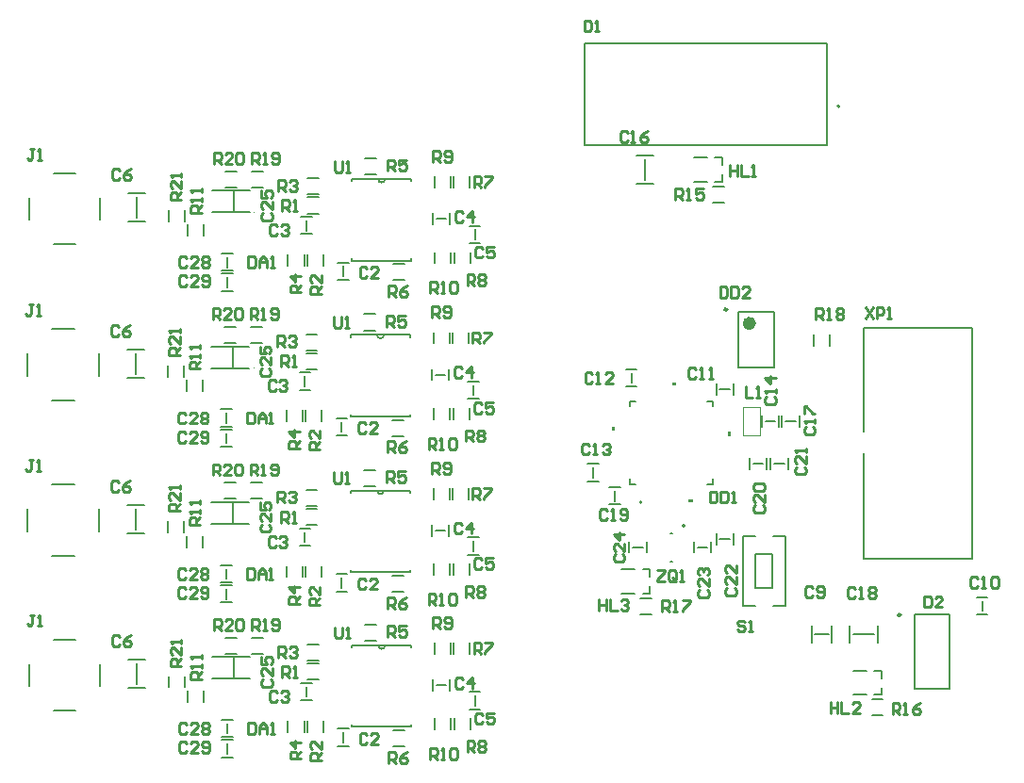
<source format=gto>
G04*
G04 #@! TF.GenerationSoftware,Altium Limited,Altium Designer,25.6.2 (33)*
G04*
G04 Layer_Color=65535*
%FSLAX44Y44*%
%MOMM*%
G71*
G04*
G04 #@! TF.SameCoordinates,42BA56CB-4CE2-47E9-A465-7F88C4280AAA*
G04*
G04*
G04 #@! TF.FilePolarity,Positive*
G04*
G01*
G75*
%ADD10C,0.1524*%
%ADD11C,0.2000*%
%ADD12C,0.2500*%
%ADD13C,0.1000*%
%ADD14C,0.6000*%
%ADD15C,0.1500*%
%ADD16C,0.1270*%
%ADD17C,0.2540*%
G36*
X578991Y409405D02*
Y405595D01*
X576451D01*
Y409405D01*
X578991D01*
D02*
G37*
G36*
X630595Y446009D02*
Y448549D01*
X634405D01*
Y446009D01*
X630595D01*
D02*
G37*
G36*
X645595Y343991D02*
Y341451D01*
X649405D01*
Y343991D01*
X645595D01*
D02*
G37*
G36*
X681009Y404405D02*
Y400595D01*
X683549D01*
Y404405D01*
X681009D01*
D02*
G37*
D10*
X603262Y341491D02*
G03*
X603262Y341491I-762J0D01*
G01*
X366693Y631572D02*
G03*
X372789Y631572I3048J0D01*
G01*
X365693Y491572D02*
G03*
X371789Y491572I3048J0D01*
G01*
X365693Y351572D02*
G03*
X371789Y351572I3048J0D01*
G01*
X366693Y212572D02*
G03*
X372789Y212572I3048J0D01*
G01*
X592789Y357789D02*
Y362649D01*
Y432211D02*
X597649D01*
X667211Y427351D02*
Y432211D01*
X662351Y357789D02*
X667211D01*
X592789D02*
X597649D01*
X592789Y427351D02*
Y432211D01*
X662351D02*
X667211D01*
Y357789D02*
Y362649D01*
X396665Y629794D02*
Y631572D01*
X342817Y558420D02*
Y560198D01*
Y558420D02*
X396665D01*
Y560198D01*
X372789Y631572D02*
X396665D01*
X366693D02*
X372789D01*
X342817D02*
X366693D01*
X342817Y629794D02*
Y631572D01*
X395665Y489794D02*
Y491572D01*
X341817Y418420D02*
Y420198D01*
Y418420D02*
X395665D01*
Y420198D01*
X371789Y491572D02*
X395665D01*
X365693D02*
X371789D01*
X341817D02*
X365693D01*
X341817Y489794D02*
Y491572D01*
X395665Y349794D02*
Y351572D01*
X341817Y278420D02*
Y280198D01*
Y278420D02*
X395665D01*
Y280198D01*
X371789Y351572D02*
X395665D01*
X365693D02*
X371789D01*
X341817D02*
X365693D01*
X341817Y349794D02*
Y351572D01*
X396665Y210794D02*
Y212572D01*
X342817Y139420D02*
Y141198D01*
Y139420D02*
X396665D01*
Y141198D01*
X372789Y212572D02*
X396665D01*
X366693D02*
X372789D01*
X342817D02*
X366693D01*
X342817Y210794D02*
Y212572D01*
D11*
X642000Y320000D02*
G03*
X642000Y320000I-1000J0D01*
G01*
X781000Y697000D02*
G03*
X781000Y697000I-1000J0D01*
G01*
X848500Y173500D02*
Y240500D01*
X879500Y173500D02*
Y240500D01*
X848500D02*
X879500D01*
X848500Y173500D02*
X879500D01*
X217473Y601844D02*
X237031D01*
Y621148D01*
X217473D02*
X237031D01*
Y601844D02*
X251255D01*
X237031Y621148D02*
X251509D01*
X216473Y461844D02*
X236031D01*
Y481148D01*
X216473D02*
X236031D01*
Y461844D02*
X250255D01*
X236031Y481148D02*
X250509D01*
X216473Y321844D02*
X236031D01*
Y341148D01*
X216473D02*
X236031D01*
Y321844D02*
X250255D01*
X236031Y341148D02*
X250509D01*
X217473Y182844D02*
X237031D01*
Y202148D01*
X217473D02*
X237031D01*
Y182844D02*
X251255D01*
X237031Y202148D02*
X251509D01*
X802500Y405000D02*
Y498250D01*
X900000D01*
Y290750D02*
Y498250D01*
X802500Y290750D02*
X900000D01*
X802500D02*
Y385000D01*
X690000Y462000D02*
X722000D01*
X690000Y512000D02*
X722000D01*
Y462000D02*
Y512000D01*
X690000Y462000D02*
Y512000D01*
D12*
X836000Y240000D02*
G03*
X836000Y240000I-1250J0D01*
G01*
X680000Y514550D02*
G03*
X680000Y514550I-1250J0D01*
G01*
D13*
X255991Y601996D02*
G03*
X255991Y601996I-500J0D01*
G01*
X254991Y461996D02*
G03*
X254991Y461996I-500J0D01*
G01*
Y321996D02*
G03*
X254991Y321996I-500J0D01*
G01*
X255991Y182996D02*
G03*
X255991Y182996I-500J0D01*
G01*
X694500Y401000D02*
Y427000D01*
X709500D01*
Y401000D02*
Y427000D01*
X694500Y401000D02*
X709500D01*
D14*
X703000Y502000D02*
G03*
X703000Y502000I-3000J0D01*
G01*
D15*
X610750Y274250D02*
Y280750D01*
X604250D02*
X610750D01*
X585000D02*
X597000D01*
X585000Y259250D02*
X597000D01*
X610750D02*
Y265750D01*
X604250Y259250D02*
X610750D01*
X694000Y248500D02*
Y310500D01*
X732000Y248500D02*
Y310500D01*
X721000Y248500D02*
X732000D01*
X694000D02*
X705000D01*
X694000Y310500D02*
X705000D01*
X721000D02*
X732000D01*
X705500Y264500D02*
X720500D01*
X705500D02*
Y294500D01*
X720500D01*
Y264500D02*
Y294500D01*
X673500Y308000D02*
X682500D01*
X670250Y303000D02*
Y313000D01*
X685750Y303000D02*
Y313000D01*
X722500Y376000D02*
X731500D01*
X719250Y371000D02*
Y381000D01*
X734750Y371000D02*
Y381000D01*
X703493Y375996D02*
X712493D01*
X700243Y370996D02*
Y380996D01*
X715743Y370996D02*
Y380996D01*
X594000Y448500D02*
Y457500D01*
X589000Y460750D02*
X599000D01*
X589000Y445250D02*
X599000D01*
X579000Y342500D02*
Y351500D01*
X574000Y354750D02*
X584000D01*
X574000Y339250D02*
X584000D01*
X602000Y240750D02*
X612000D01*
X602000Y255250D02*
X612000D01*
X714500Y414000D02*
X723500D01*
X711250Y409000D02*
Y419000D01*
X726750Y409000D02*
Y419000D01*
X673500Y443000D02*
X682500D01*
X685750Y438000D02*
Y448000D01*
X670250Y438000D02*
Y448000D01*
X812241Y168246D02*
X818741D01*
Y174746D01*
X792991Y168246D02*
X804991D01*
X792991Y189746D02*
X804991D01*
X812241D02*
X818741D01*
Y183246D02*
Y189746D01*
X669241Y629246D02*
X675741D01*
Y635746D01*
X649991Y629246D02*
X661991D01*
X649991Y650746D02*
X661991D01*
X669241D02*
X675741D01*
Y644246D02*
Y650746D01*
X667000Y610750D02*
X677000D01*
X667000Y625250D02*
X677000D01*
X810000Y149750D02*
X820000D01*
X810000Y164250D02*
X820000D01*
X732500Y414000D02*
X741500D01*
X729250Y409000D02*
Y419000D01*
X744750Y409000D02*
Y419000D01*
X595500Y301000D02*
X604500D01*
X607750Y296000D02*
Y306000D01*
X592250Y296000D02*
Y306000D01*
X653500Y301000D02*
X662500D01*
X650250Y296000D02*
Y306000D01*
X665750Y296000D02*
Y306000D01*
X334991Y544496D02*
Y553496D01*
X329991Y541246D02*
X339991D01*
X329991Y556746D02*
X339991D01*
X301991Y585496D02*
Y594496D01*
X296991Y597746D02*
X306991D01*
X296991Y582246D02*
X306991D01*
X418991Y595996D02*
X427991D01*
X431241Y590996D02*
Y600996D01*
X415741Y590996D02*
Y600996D01*
X453491Y577496D02*
Y586496D01*
X448491Y589746D02*
X458491D01*
X448491Y574246D02*
X458491D01*
X230991Y552496D02*
Y561496D01*
X225991Y549246D02*
X235991D01*
X225991Y564746D02*
X235991D01*
X230991Y534496D02*
Y543496D01*
X225991Y531246D02*
X235991D01*
X225991Y546746D02*
X235991D01*
X302991Y615246D02*
X312991D01*
X302991Y600746D02*
X312991D01*
X302741Y553996D02*
Y563996D01*
X317241Y553996D02*
Y563996D01*
X302991Y632246D02*
X312991D01*
X302991Y617746D02*
X312991D01*
X285741Y553996D02*
Y563996D01*
X300241Y553996D02*
Y563996D01*
X354991Y650246D02*
X364991D01*
X354991Y635746D02*
X364991D01*
X380491Y555246D02*
X390491D01*
X380491Y540746D02*
X390491D01*
X434241Y623996D02*
Y633996D01*
X448741Y623996D02*
Y633996D01*
X449741Y555996D02*
Y565996D01*
X435241Y555996D02*
Y565996D01*
X417241Y623996D02*
Y633996D01*
X431741Y623996D02*
Y633996D01*
Y555996D02*
Y565996D01*
X417241Y555996D02*
Y565996D01*
X210241Y580996D02*
Y590996D01*
X195741Y580996D02*
Y590996D01*
X253491Y638746D02*
X263491D01*
X253491Y624246D02*
X263491D01*
X229491Y638746D02*
X239491D01*
X229491Y624246D02*
X239491D01*
X178741Y593996D02*
Y603996D01*
X193241Y593996D02*
Y603996D01*
X333991Y404496D02*
Y413496D01*
X328991Y401246D02*
X338991D01*
X328991Y416746D02*
X338991D01*
X300991Y445496D02*
Y454496D01*
X295991Y457746D02*
X305991D01*
X295991Y442246D02*
X305991D01*
X417991Y455996D02*
X426991D01*
X430241Y450996D02*
Y460996D01*
X414741Y450996D02*
Y460996D01*
X452491Y437496D02*
Y446496D01*
X447491Y449746D02*
X457491D01*
X447491Y434246D02*
X457491D01*
X229991Y412496D02*
Y421496D01*
X224991Y409246D02*
X234991D01*
X224991Y424746D02*
X234991D01*
X229991Y394496D02*
Y403496D01*
X224991Y391246D02*
X234991D01*
X224991Y406746D02*
X234991D01*
X301991Y475246D02*
X311991D01*
X301991Y460746D02*
X311991D01*
X301741Y413996D02*
Y423996D01*
X316241Y413996D02*
Y423996D01*
X301991Y492246D02*
X311991D01*
X301991Y477746D02*
X311991D01*
X284741Y413996D02*
Y423996D01*
X299241Y413996D02*
Y423996D01*
X353991Y510246D02*
X363991D01*
X353991Y495746D02*
X363991D01*
X379491Y415246D02*
X389491D01*
X379491Y400746D02*
X389491D01*
X433241Y483996D02*
Y493996D01*
X447741Y483996D02*
Y493996D01*
X448741Y415996D02*
Y425996D01*
X434241Y415996D02*
Y425996D01*
X416241Y483996D02*
Y493996D01*
X430741Y483996D02*
Y493996D01*
Y415996D02*
Y425996D01*
X416241Y415996D02*
Y425996D01*
X209241Y440996D02*
Y450996D01*
X194741Y440996D02*
Y450996D01*
X252491Y498746D02*
X262491D01*
X252491Y484246D02*
X262491D01*
X228491Y498746D02*
X238491D01*
X228491Y484246D02*
X238491D01*
X177741Y453996D02*
Y463996D01*
X192241Y453996D02*
Y463996D01*
X333991Y264496D02*
Y273496D01*
X328991Y261246D02*
X338991D01*
X328991Y276746D02*
X338991D01*
X300991Y305496D02*
Y314496D01*
X295991Y317746D02*
X305991D01*
X295991Y302246D02*
X305991D01*
X417991Y315996D02*
X426991D01*
X430241Y310996D02*
Y320996D01*
X414741Y310996D02*
Y320996D01*
X452491Y297496D02*
Y306496D01*
X447491Y309746D02*
X457491D01*
X447491Y294246D02*
X457491D01*
X229991Y272496D02*
Y281496D01*
X224991Y269246D02*
X234991D01*
X224991Y284746D02*
X234991D01*
X229991Y254496D02*
Y263496D01*
X224991Y251246D02*
X234991D01*
X224991Y266746D02*
X234991D01*
X301991Y335246D02*
X311991D01*
X301991Y320746D02*
X311991D01*
X301741Y273996D02*
Y283996D01*
X316241Y273996D02*
Y283996D01*
X301991Y352246D02*
X311991D01*
X301991Y337746D02*
X311991D01*
X284741Y273996D02*
Y283996D01*
X299241Y273996D02*
Y283996D01*
X353991Y370246D02*
X363991D01*
X353991Y355746D02*
X363991D01*
X379491Y275246D02*
X389491D01*
X379491Y260746D02*
X389491D01*
X433241Y343996D02*
Y353996D01*
X447741Y343996D02*
Y353996D01*
X448741Y275996D02*
Y285996D01*
X434241Y275996D02*
Y285996D01*
X416241Y343996D02*
Y353996D01*
X430741Y343996D02*
Y353996D01*
Y275996D02*
Y285996D01*
X416241Y275996D02*
Y285996D01*
X209241Y300996D02*
Y310996D01*
X194741Y300996D02*
Y310996D01*
X252491Y358746D02*
X262491D01*
X252491Y344246D02*
X262491D01*
X228491Y358746D02*
X238491D01*
X228491Y344246D02*
X238491D01*
X177741Y313996D02*
Y323996D01*
X192241Y313996D02*
Y323996D01*
X178741Y174996D02*
Y184996D01*
X193241Y174996D02*
Y184996D01*
X229491Y219746D02*
X239491D01*
X229491Y205246D02*
X239491D01*
X253491Y219746D02*
X263491D01*
X253491Y205246D02*
X263491D01*
X210241Y161996D02*
Y171996D01*
X195741Y161996D02*
Y171996D01*
X431741Y136996D02*
Y146996D01*
X417241Y136996D02*
Y146996D01*
Y204996D02*
Y214996D01*
X431741Y204996D02*
Y214996D01*
X449741Y136996D02*
Y146996D01*
X435241Y136996D02*
Y146996D01*
X434241Y204996D02*
Y214996D01*
X448741Y204996D02*
Y214996D01*
X380491Y136246D02*
X390491D01*
X380491Y121746D02*
X390491D01*
X354991Y231246D02*
X364991D01*
X354991Y216746D02*
X364991D01*
X285741Y134996D02*
Y144996D01*
X300241Y134996D02*
Y144996D01*
X302991Y213246D02*
X312991D01*
X302991Y198746D02*
X312991D01*
X302741Y134996D02*
Y144996D01*
X317241Y134996D02*
Y144996D01*
X302991Y196246D02*
X312991D01*
X302991Y181746D02*
X312991D01*
X230991Y115496D02*
Y124496D01*
X225991Y112246D02*
X235991D01*
X225991Y127746D02*
X235991D01*
X230991Y133496D02*
Y142496D01*
X225991Y130246D02*
X235991D01*
X225991Y145746D02*
X235991D01*
X142491Y199746D02*
X157491D01*
X149991Y186996D02*
Y196246D01*
Y177746D02*
Y186996D01*
X142491Y174246D02*
X157491D01*
X453491Y158496D02*
Y167496D01*
X448491Y170746D02*
X458491D01*
X448491Y155246D02*
X458491D01*
X418991Y176996D02*
X427991D01*
X431241Y171996D02*
Y181996D01*
X415741Y171996D02*
Y181996D01*
X301991Y166496D02*
Y175496D01*
X296991Y178746D02*
X306991D01*
X296991Y163246D02*
X306991D01*
X334991Y125496D02*
Y134496D01*
X329991Y122246D02*
X339991D01*
X329991Y137746D02*
X339991D01*
X142491Y618746D02*
X157491D01*
X149991Y605996D02*
Y615246D01*
Y596746D02*
Y605996D01*
X142491Y593246D02*
X157491D01*
X141491Y478746D02*
X156491D01*
X148991Y465996D02*
Y475246D01*
Y456746D02*
Y465996D01*
X141491Y453246D02*
X156491D01*
X141491Y338746D02*
X156491D01*
X148991Y325996D02*
Y335246D01*
Y316746D02*
Y325996D01*
X141491Y313246D02*
X156491D01*
X757750Y482000D02*
Y492000D01*
X772250Y482000D02*
Y492000D01*
X560000Y363500D02*
Y372500D01*
X555000Y375750D02*
X565000D01*
X555000Y360250D02*
X565000D01*
X755750Y215250D02*
Y230750D01*
X759000Y223000D02*
X765000D01*
X774250Y215250D02*
Y230750D01*
X765000Y223000D02*
X771000D01*
X598500Y652750D02*
X613500D01*
X606000Y640000D02*
Y649250D01*
Y630750D02*
Y640000D01*
X598500Y627250D02*
X613500D01*
X815750Y215500D02*
Y230500D01*
X803000Y223000D02*
X812250D01*
X793750D02*
X803000D01*
X790250Y215500D02*
Y230500D01*
X909000Y243500D02*
Y252500D01*
X904000Y255750D02*
X914000D01*
X904000Y240250D02*
X914000D01*
D16*
X629200Y288250D02*
X630800D01*
X629200Y313250D02*
X630800D01*
X75000Y154000D02*
X95000D01*
X117000Y176000D02*
Y196000D01*
X75000Y218000D02*
X95000D01*
X53000Y176000D02*
Y196000D01*
X75000Y573000D02*
X95000D01*
X117000Y595000D02*
Y615000D01*
X75000Y637000D02*
X95000D01*
X53000Y595000D02*
Y615000D01*
X74000Y433000D02*
X94000D01*
X116000Y455000D02*
Y475000D01*
X74000Y497000D02*
X94000D01*
X52000Y455000D02*
Y475000D01*
X74000Y293000D02*
X94000D01*
X116000Y315000D02*
Y335000D01*
X74000Y357000D02*
X94000D01*
X52000Y315000D02*
Y335000D01*
X552000Y754000D02*
X770000D01*
X552000Y662000D02*
Y754000D01*
Y662000D02*
X770000D01*
Y754000D01*
D17*
X564671Y253998D02*
Y244002D01*
Y249000D01*
X571335D01*
Y253998D01*
Y244002D01*
X574668Y253998D02*
Y244002D01*
X581332D01*
X584664Y252332D02*
X586331Y253998D01*
X589663D01*
X591329Y252332D01*
Y250666D01*
X589663Y249000D01*
X587997D01*
X589663D01*
X591329Y247334D01*
Y245668D01*
X589663Y244002D01*
X586331D01*
X584664Y245668D01*
X617337Y279998D02*
X624002D01*
Y278332D01*
X617337Y271668D01*
Y270002D01*
X624002D01*
X633998Y271668D02*
Y278332D01*
X632332Y279998D01*
X629000D01*
X627334Y278332D01*
Y271668D01*
X629000Y270002D01*
X632332D01*
X630666Y273334D02*
X633998Y270002D01*
X632332D02*
X633998Y271668D01*
X637331Y270002D02*
X640663D01*
X638997D01*
Y279998D01*
X637331Y278332D01*
X804160Y516753D02*
X810825Y506756D01*
Y516753D02*
X804160Y506756D01*
X814157D02*
Y516753D01*
X819155D01*
X820821Y515087D01*
Y511754D01*
X819155Y510088D01*
X814157D01*
X824154Y506756D02*
X827486D01*
X825820D01*
Y516753D01*
X824154Y515087D01*
X327826Y647994D02*
Y639664D01*
X329493Y637998D01*
X332825D01*
X334491Y639664D01*
Y647994D01*
X337823Y637998D02*
X341156D01*
X339489D01*
Y647994D01*
X337823Y646328D01*
X326827Y507994D02*
Y499664D01*
X328493Y497998D01*
X331825D01*
X333491Y499664D01*
Y507994D01*
X336823Y497998D02*
X340156D01*
X338489D01*
Y507994D01*
X336823Y506328D01*
X326827Y367994D02*
Y359664D01*
X328493Y357998D01*
X331825D01*
X333491Y359664D01*
Y367994D01*
X336823Y357998D02*
X340156D01*
X338489D01*
Y367994D01*
X336823Y366328D01*
X327826Y228994D02*
Y220664D01*
X329493Y218997D01*
X332825D01*
X334491Y220664D01*
Y228994D01*
X337823Y218997D02*
X341156D01*
X339489D01*
Y228994D01*
X337823Y227328D01*
X696000Y233332D02*
X694334Y234998D01*
X691002D01*
X689335Y233332D01*
Y231666D01*
X691002Y230000D01*
X694334D01*
X696000Y228334D01*
Y226668D01*
X694334Y225002D01*
X691002D01*
X689335Y226668D01*
X699332Y225002D02*
X702664D01*
X700998D01*
Y234998D01*
X699332Y233332D01*
X189989Y613333D02*
X179993D01*
Y618331D01*
X181659Y619997D01*
X184991D01*
X186657Y618331D01*
Y613333D01*
Y616665D02*
X189989Y619997D01*
Y629994D02*
Y623330D01*
X183325Y629994D01*
X181659D01*
X179993Y628328D01*
Y624996D01*
X181659Y623330D01*
X189989Y633326D02*
Y636659D01*
Y634993D01*
X179993D01*
X181659Y633326D01*
X188989Y473333D02*
X178993D01*
Y478331D01*
X180659Y479997D01*
X183991D01*
X185657Y478331D01*
Y473333D01*
Y476665D02*
X188989Y479997D01*
Y489994D02*
Y483330D01*
X182325Y489994D01*
X180659D01*
X178993Y488328D01*
Y484996D01*
X180659Y483330D01*
X188989Y493326D02*
Y496659D01*
Y494993D01*
X178993D01*
X180659Y493326D01*
X188989Y333333D02*
X178993D01*
Y338331D01*
X180659Y339997D01*
X183991D01*
X185657Y338331D01*
Y333333D01*
Y336665D02*
X188989Y339997D01*
Y349994D02*
Y343330D01*
X182325Y349994D01*
X180659D01*
X178993Y348328D01*
Y344996D01*
X180659Y343330D01*
X188989Y353326D02*
Y356659D01*
Y354993D01*
X178993D01*
X180659Y353326D01*
X189989Y194333D02*
X179993D01*
Y199331D01*
X181659Y200997D01*
X184991D01*
X186657Y199331D01*
Y194333D01*
Y197665D02*
X189989Y200997D01*
Y210994D02*
Y204330D01*
X183325Y210994D01*
X181659D01*
X179993Y209328D01*
Y205996D01*
X181659Y204330D01*
X189989Y214326D02*
Y217659D01*
Y215993D01*
X179993D01*
X181659Y214326D01*
X219162Y645497D02*
Y655494D01*
X224160D01*
X225826Y653828D01*
Y650496D01*
X224160Y648830D01*
X219162D01*
X222494D02*
X225826Y645497D01*
X235823D02*
X229159D01*
X235823Y652162D01*
Y653828D01*
X234157Y655494D01*
X230825D01*
X229159Y653828D01*
X239156D02*
X240822Y655494D01*
X244154D01*
X245820Y653828D01*
Y647164D01*
X244154Y645497D01*
X240822D01*
X239156Y647164D01*
Y653828D01*
X218162Y505497D02*
Y515494D01*
X223160D01*
X224827Y513828D01*
Y510496D01*
X223160Y508830D01*
X218162D01*
X221494D02*
X224827Y505497D01*
X234823D02*
X228159D01*
X234823Y512162D01*
Y513828D01*
X233157Y515494D01*
X229825D01*
X228159Y513828D01*
X238155D02*
X239822Y515494D01*
X243154D01*
X244820Y513828D01*
Y507164D01*
X243154Y505497D01*
X239822D01*
X238155Y507164D01*
Y513828D01*
X218162Y365497D02*
Y375494D01*
X223160D01*
X224827Y373828D01*
Y370496D01*
X223160Y368830D01*
X218162D01*
X221494D02*
X224827Y365497D01*
X234823D02*
X228159D01*
X234823Y372162D01*
Y373828D01*
X233157Y375494D01*
X229825D01*
X228159Y373828D01*
X238155D02*
X239822Y375494D01*
X243154D01*
X244820Y373828D01*
Y367164D01*
X243154Y365497D01*
X239822D01*
X238155Y367164D01*
Y373828D01*
X219162Y226497D02*
Y236494D01*
X224160D01*
X225826Y234828D01*
Y231496D01*
X224160Y229830D01*
X219162D01*
X222494D02*
X225826Y226497D01*
X235823D02*
X229159D01*
X235823Y233162D01*
Y234828D01*
X234157Y236494D01*
X230825D01*
X229159Y234828D01*
X239156D02*
X240822Y236494D01*
X244154D01*
X245820Y234828D01*
Y228164D01*
X244154Y226497D01*
X240822D01*
X239156Y228164D01*
Y234828D01*
X252995Y645497D02*
Y655494D01*
X257993D01*
X259660Y653828D01*
Y650496D01*
X257993Y648830D01*
X252995D01*
X256327D02*
X259660Y645497D01*
X262992D02*
X266324D01*
X264658D01*
Y655494D01*
X262992Y653828D01*
X271322Y647164D02*
X272989Y645497D01*
X276321D01*
X277987Y647164D01*
Y653828D01*
X276321Y655494D01*
X272989D01*
X271322Y653828D01*
Y652162D01*
X272989Y650496D01*
X277987D01*
X251995Y505497D02*
Y515494D01*
X256993D01*
X258660Y513828D01*
Y510496D01*
X256993Y508830D01*
X251995D01*
X255327D02*
X258660Y505497D01*
X261992D02*
X265324D01*
X263658D01*
Y515494D01*
X261992Y513828D01*
X270322Y507164D02*
X271989Y505497D01*
X275321D01*
X276987Y507164D01*
Y513828D01*
X275321Y515494D01*
X271989D01*
X270322Y513828D01*
Y512162D01*
X271989Y510496D01*
X276987D01*
X251995Y365497D02*
Y375494D01*
X256993D01*
X258660Y373828D01*
Y370496D01*
X256993Y368830D01*
X251995D01*
X255327D02*
X258660Y365497D01*
X261992D02*
X265324D01*
X263658D01*
Y375494D01*
X261992Y373828D01*
X270322Y367164D02*
X271989Y365497D01*
X275321D01*
X276987Y367164D01*
Y373828D01*
X275321Y375494D01*
X271989D01*
X270322Y373828D01*
Y372162D01*
X271989Y370496D01*
X276987D01*
X252995Y226497D02*
Y236494D01*
X257993D01*
X259660Y234828D01*
Y231496D01*
X257993Y229830D01*
X252995D01*
X256327D02*
X259660Y226497D01*
X262992D02*
X266324D01*
X264658D01*
Y236494D01*
X262992Y234828D01*
X271322Y228164D02*
X272989Y226497D01*
X276321D01*
X277987Y228164D01*
Y234828D01*
X276321Y236494D01*
X272989D01*
X271322Y234828D01*
Y233162D01*
X272989Y231496D01*
X277987D01*
X759456Y505740D02*
Y515737D01*
X764454D01*
X766121Y514071D01*
Y510738D01*
X764454Y509072D01*
X759456D01*
X762788D02*
X766121Y505740D01*
X769453D02*
X772785D01*
X771119D01*
Y515737D01*
X769453Y514071D01*
X777783D02*
X779450Y515737D01*
X782782D01*
X784448Y514071D01*
Y512405D01*
X782782Y510738D01*
X784448Y509072D01*
Y507406D01*
X782782Y505740D01*
X779450D01*
X777783Y507406D01*
Y509072D01*
X779450Y510738D01*
X777783Y512405D01*
Y514071D01*
X779450Y510738D02*
X782782D01*
X621504Y243002D02*
Y252998D01*
X626502D01*
X628168Y251332D01*
Y248000D01*
X626502Y246334D01*
X621504D01*
X624836D02*
X628168Y243002D01*
X631501D02*
X634833D01*
X633167D01*
Y252998D01*
X631501Y251332D01*
X639831Y252998D02*
X646496D01*
Y251332D01*
X639831Y244668D01*
Y243002D01*
X828504Y151002D02*
Y160998D01*
X833502D01*
X835169Y159332D01*
Y156000D01*
X833502Y154334D01*
X828504D01*
X831836D02*
X835169Y151002D01*
X838501D02*
X841833D01*
X840167D01*
Y160998D01*
X838501Y159332D01*
X853496Y160998D02*
X850164Y159332D01*
X846832Y156000D01*
Y152668D01*
X848498Y151002D01*
X851830D01*
X853496Y152668D01*
Y154334D01*
X851830Y156000D01*
X846832D01*
X633504Y613002D02*
Y622998D01*
X638502D01*
X640169Y621332D01*
Y618000D01*
X638502Y616334D01*
X633504D01*
X636836D02*
X640169Y613002D01*
X643501D02*
X646833D01*
X645167D01*
Y622998D01*
X643501Y621332D01*
X658496Y622998D02*
X651832D01*
Y618000D01*
X655164Y619666D01*
X656830D01*
X658496Y618000D01*
Y614668D01*
X656830Y613002D01*
X653498D01*
X651832Y614668D01*
X207989Y601166D02*
X197993D01*
Y606164D01*
X199659Y607831D01*
X202991D01*
X204657Y606164D01*
Y601166D01*
Y604498D02*
X207989Y607831D01*
Y611163D02*
Y614495D01*
Y612829D01*
X197993D01*
X199659Y611163D01*
X207989Y619493D02*
Y622826D01*
Y621160D01*
X197993D01*
X199659Y619493D01*
X206989Y461166D02*
X196993D01*
Y466164D01*
X198659Y467831D01*
X201991D01*
X203657Y466164D01*
Y461166D01*
Y464498D02*
X206989Y467831D01*
Y471163D02*
Y474495D01*
Y472829D01*
X196993D01*
X198659Y471163D01*
X206989Y479493D02*
Y482826D01*
Y481160D01*
X196993D01*
X198659Y479493D01*
X206989Y321166D02*
X196993D01*
Y326164D01*
X198659Y327831D01*
X201991D01*
X203657Y326164D01*
Y321166D01*
Y324498D02*
X206989Y327831D01*
Y331163D02*
Y334495D01*
Y332829D01*
X196993D01*
X198659Y331163D01*
X206989Y339493D02*
Y342826D01*
Y341160D01*
X196993D01*
X198659Y339493D01*
X207989Y182166D02*
X197993D01*
Y187164D01*
X199659Y188831D01*
X202991D01*
X204657Y187164D01*
Y182166D01*
Y185498D02*
X207989Y188831D01*
Y192163D02*
Y195495D01*
Y193829D01*
X197993D01*
X199659Y192163D01*
X207989Y200494D02*
Y203826D01*
Y202160D01*
X197993D01*
X199659Y200494D01*
X412995Y528997D02*
Y538994D01*
X417994D01*
X419660Y537328D01*
Y533996D01*
X417994Y532330D01*
X412995D01*
X416327D02*
X419660Y528997D01*
X422992D02*
X426324D01*
X424658D01*
Y538994D01*
X422992Y537328D01*
X431323D02*
X432989Y538994D01*
X436321D01*
X437987Y537328D01*
Y530664D01*
X436321Y528997D01*
X432989D01*
X431323Y530664D01*
Y537328D01*
X411995Y388997D02*
Y398994D01*
X416993D01*
X418660Y397328D01*
Y393996D01*
X416993Y392330D01*
X411995D01*
X415327D02*
X418660Y388997D01*
X421992D02*
X425324D01*
X423658D01*
Y398994D01*
X421992Y397328D01*
X430322D02*
X431989Y398994D01*
X435321D01*
X436987Y397328D01*
Y390664D01*
X435321Y388997D01*
X431989D01*
X430322Y390664D01*
Y397328D01*
X411995Y248997D02*
Y258994D01*
X416993D01*
X418660Y257328D01*
Y253996D01*
X416993Y252330D01*
X411995D01*
X415327D02*
X418660Y248997D01*
X421992D02*
X425324D01*
X423658D01*
Y258994D01*
X421992Y257328D01*
X430322D02*
X431989Y258994D01*
X435321D01*
X436987Y257328D01*
Y250664D01*
X435321Y248997D01*
X431989D01*
X430322Y250664D01*
Y257328D01*
X412995Y109998D02*
Y119994D01*
X417994D01*
X419660Y118328D01*
Y114996D01*
X417994Y113330D01*
X412995D01*
X416327D02*
X419660Y109998D01*
X422992D02*
X426324D01*
X424658D01*
Y119994D01*
X422992Y118328D01*
X431323D02*
X432989Y119994D01*
X436321D01*
X437987Y118328D01*
Y111664D01*
X436321Y109998D01*
X432989D01*
X431323Y111664D01*
Y118328D01*
X416160Y646998D02*
Y656994D01*
X421159D01*
X422825Y655328D01*
Y651996D01*
X421159Y650330D01*
X416160D01*
X419493D02*
X422825Y646998D01*
X426157Y648664D02*
X427823Y646998D01*
X431156D01*
X432822Y648664D01*
Y655328D01*
X431156Y656994D01*
X427823D01*
X426157Y655328D01*
Y653662D01*
X427823Y651996D01*
X432822D01*
X415160Y506997D02*
Y516994D01*
X420159D01*
X421825Y515328D01*
Y511996D01*
X420159Y510330D01*
X415160D01*
X418493D02*
X421825Y506997D01*
X425157Y508664D02*
X426823Y506997D01*
X430156D01*
X431822Y508664D01*
Y515328D01*
X430156Y516994D01*
X426823D01*
X425157Y515328D01*
Y513662D01*
X426823Y511996D01*
X431822D01*
X415160Y366997D02*
Y376994D01*
X420159D01*
X421825Y375328D01*
Y371996D01*
X420159Y370330D01*
X415160D01*
X418493D02*
X421825Y366997D01*
X425157Y368664D02*
X426823Y366997D01*
X430156D01*
X431822Y368664D01*
Y375328D01*
X430156Y376994D01*
X426823D01*
X425157Y375328D01*
Y373662D01*
X426823Y371996D01*
X431822D01*
X416160Y227997D02*
Y237994D01*
X421159D01*
X422825Y236328D01*
Y232996D01*
X421159Y231330D01*
X416160D01*
X419493D02*
X422825Y227997D01*
X426157Y229664D02*
X427823Y227997D01*
X431156D01*
X432822Y229664D01*
Y236328D01*
X431156Y237994D01*
X427823D01*
X426157Y236328D01*
Y234662D01*
X427823Y232996D01*
X432822D01*
X446669Y536002D02*
Y545998D01*
X451668D01*
X453334Y544332D01*
Y541000D01*
X451668Y539334D01*
X446669D01*
X450002D02*
X453334Y536002D01*
X456666Y544332D02*
X458332Y545998D01*
X461665D01*
X463331Y544332D01*
Y542666D01*
X461665Y541000D01*
X463331Y539334D01*
Y537668D01*
X461665Y536002D01*
X458332D01*
X456666Y537668D01*
Y539334D01*
X458332Y541000D01*
X456666Y542666D01*
Y544332D01*
X458332Y541000D02*
X461665D01*
X445669Y396002D02*
Y405998D01*
X450668D01*
X452334Y404332D01*
Y401000D01*
X450668Y399334D01*
X445669D01*
X449002D02*
X452334Y396002D01*
X455666Y404332D02*
X457332Y405998D01*
X460664D01*
X462331Y404332D01*
Y402666D01*
X460664Y401000D01*
X462331Y399334D01*
Y397668D01*
X460664Y396002D01*
X457332D01*
X455666Y397668D01*
Y399334D01*
X457332Y401000D01*
X455666Y402666D01*
Y404332D01*
X457332Y401000D02*
X460664D01*
X445669Y256002D02*
Y265998D01*
X450668D01*
X452334Y264332D01*
Y261000D01*
X450668Y259334D01*
X445669D01*
X449002D02*
X452334Y256002D01*
X455666Y264332D02*
X457332Y265998D01*
X460664D01*
X462331Y264332D01*
Y262666D01*
X460664Y261000D01*
X462331Y259334D01*
Y257668D01*
X460664Y256002D01*
X457332D01*
X455666Y257668D01*
Y259334D01*
X457332Y261000D01*
X455666Y262666D01*
Y264332D01*
X457332Y261000D02*
X460664D01*
X446669Y117002D02*
Y126998D01*
X451668D01*
X453334Y125332D01*
Y122000D01*
X451668Y120334D01*
X446669D01*
X450002D02*
X453334Y117002D01*
X456666Y125332D02*
X458332Y126998D01*
X461665D01*
X463331Y125332D01*
Y123666D01*
X461665Y122000D01*
X463331Y120334D01*
Y118668D01*
X461665Y117002D01*
X458332D01*
X456666Y118668D01*
Y120334D01*
X458332Y122000D01*
X456666Y123666D01*
Y125332D01*
X458332Y122000D02*
X461665D01*
X452669Y624002D02*
Y633998D01*
X457668D01*
X459334Y632332D01*
Y629000D01*
X457668Y627334D01*
X452669D01*
X456002D02*
X459334Y624002D01*
X462666Y633998D02*
X469331D01*
Y632332D01*
X462666Y625668D01*
Y624002D01*
X451669Y484002D02*
Y493998D01*
X456668D01*
X458334Y492332D01*
Y489000D01*
X456668Y487334D01*
X451669D01*
X455002D02*
X458334Y484002D01*
X461666Y493998D02*
X468331D01*
Y492332D01*
X461666Y485668D01*
Y484002D01*
X451669Y344002D02*
Y353998D01*
X456668D01*
X458334Y352332D01*
Y349000D01*
X456668Y347334D01*
X451669D01*
X455002D02*
X458334Y344002D01*
X461666Y353998D02*
X468331D01*
Y352332D01*
X461666Y345668D01*
Y344002D01*
X452669Y205002D02*
Y214998D01*
X457668D01*
X459334Y213332D01*
Y210000D01*
X457668Y208334D01*
X452669D01*
X456002D02*
X459334Y205002D01*
X462666Y214998D02*
X469331D01*
Y213332D01*
X462666Y206668D01*
Y205002D01*
X376160Y525998D02*
Y535994D01*
X381159D01*
X382825Y534328D01*
Y530996D01*
X381159Y529330D01*
X376160D01*
X379493D02*
X382825Y525998D01*
X392822Y535994D02*
X389489Y534328D01*
X386157Y530996D01*
Y527664D01*
X387823Y525998D01*
X391156D01*
X392822Y527664D01*
Y529330D01*
X391156Y530996D01*
X386157D01*
X375160Y385998D02*
Y395994D01*
X380159D01*
X381825Y394328D01*
Y390996D01*
X380159Y389330D01*
X375160D01*
X378493D02*
X381825Y385998D01*
X391822Y395994D02*
X388489Y394328D01*
X385157Y390996D01*
Y387664D01*
X386823Y385998D01*
X390156D01*
X391822Y387664D01*
Y389330D01*
X390156Y390996D01*
X385157D01*
X375160Y245998D02*
Y255994D01*
X380159D01*
X381825Y254328D01*
Y250996D01*
X380159Y249330D01*
X375160D01*
X378493D02*
X381825Y245998D01*
X391822Y255994D02*
X388489Y254328D01*
X385157Y250996D01*
Y247664D01*
X386823Y245998D01*
X390156D01*
X391822Y247664D01*
Y249330D01*
X390156Y250996D01*
X385157D01*
X376160Y106997D02*
Y116994D01*
X381159D01*
X382825Y115328D01*
Y111996D01*
X381159Y110330D01*
X376160D01*
X379493D02*
X382825Y106997D01*
X392822Y116994D02*
X389489Y115328D01*
X386157Y111996D01*
Y108664D01*
X387823Y106997D01*
X391156D01*
X392822Y108664D01*
Y110330D01*
X391156Y111996D01*
X386157D01*
X375160Y638997D02*
Y648994D01*
X380159D01*
X381825Y647328D01*
Y643996D01*
X380159Y642330D01*
X375160D01*
X378493D02*
X381825Y638997D01*
X391822Y648994D02*
X385157D01*
Y643996D01*
X388489Y645662D01*
X390156D01*
X391822Y643996D01*
Y640664D01*
X390156Y638997D01*
X386823D01*
X385157Y640664D01*
X374160Y498997D02*
Y508994D01*
X379159D01*
X380825Y507328D01*
Y503996D01*
X379159Y502330D01*
X374160D01*
X377493D02*
X380825Y498997D01*
X390822Y508994D02*
X384157D01*
Y503996D01*
X387489Y505662D01*
X389156D01*
X390822Y503996D01*
Y500664D01*
X389156Y498997D01*
X385823D01*
X384157Y500664D01*
X374160Y358997D02*
Y368994D01*
X379159D01*
X380825Y367328D01*
Y363996D01*
X379159Y362330D01*
X374160D01*
X377493D02*
X380825Y358997D01*
X390822Y368994D02*
X384157D01*
Y363996D01*
X387489Y365662D01*
X389156D01*
X390822Y363996D01*
Y360664D01*
X389156Y358997D01*
X385823D01*
X384157Y360664D01*
X375160Y219998D02*
Y229994D01*
X380159D01*
X381825Y228328D01*
Y224996D01*
X380159Y223330D01*
X375160D01*
X378493D02*
X381825Y219998D01*
X391822Y229994D02*
X385157D01*
Y224996D01*
X388489Y226662D01*
X390156D01*
X391822Y224996D01*
Y221664D01*
X390156Y219998D01*
X386823D01*
X385157Y221664D01*
X297489Y529665D02*
X287493D01*
Y534664D01*
X289159Y536330D01*
X292491D01*
X294157Y534664D01*
Y529665D01*
Y532998D02*
X297489Y536330D01*
Y544660D02*
X287493D01*
X292491Y539662D01*
Y546326D01*
X296489Y389665D02*
X286493D01*
Y394664D01*
X288159Y396330D01*
X291491D01*
X293157Y394664D01*
Y389665D01*
Y392998D02*
X296489Y396330D01*
Y404660D02*
X286493D01*
X291491Y399662D01*
Y406327D01*
X296489Y249665D02*
X286493D01*
Y254664D01*
X288159Y256330D01*
X291491D01*
X293157Y254664D01*
Y249665D01*
Y252997D02*
X296489Y256330D01*
Y264660D02*
X286493D01*
X291491Y259662D01*
Y266327D01*
X297489Y110665D02*
X287493D01*
Y115664D01*
X289159Y117330D01*
X292491D01*
X294157Y115664D01*
Y110665D01*
Y113997D02*
X297489Y117330D01*
Y125660D02*
X287493D01*
X292491Y120662D01*
Y127326D01*
X277160Y620998D02*
Y630994D01*
X282159D01*
X283825Y629328D01*
Y625996D01*
X282159Y624330D01*
X277160D01*
X280493D02*
X283825Y620998D01*
X287157Y629328D02*
X288823Y630994D01*
X292155D01*
X293822Y629328D01*
Y627662D01*
X292155Y625996D01*
X290489D01*
X292155D01*
X293822Y624330D01*
Y622664D01*
X292155Y620998D01*
X288823D01*
X287157Y622664D01*
X276160Y480998D02*
Y490994D01*
X281159D01*
X282825Y489328D01*
Y485996D01*
X281159Y484330D01*
X276160D01*
X279493D02*
X282825Y480998D01*
X286157Y489328D02*
X287823Y490994D01*
X291156D01*
X292822Y489328D01*
Y487662D01*
X291156Y485996D01*
X289489D01*
X291156D01*
X292822Y484330D01*
Y482664D01*
X291156Y480998D01*
X287823D01*
X286157Y482664D01*
X276160Y340998D02*
Y350994D01*
X281159D01*
X282825Y349328D01*
Y345996D01*
X281159Y344330D01*
X276160D01*
X279493D02*
X282825Y340998D01*
X286157Y349328D02*
X287823Y350994D01*
X291156D01*
X292822Y349328D01*
Y347662D01*
X291156Y345996D01*
X289489D01*
X291156D01*
X292822Y344330D01*
Y342664D01*
X291156Y340998D01*
X287823D01*
X286157Y342664D01*
X277160Y201998D02*
Y211994D01*
X282159D01*
X283825Y210328D01*
Y206996D01*
X282159Y205330D01*
X277160D01*
X280493D02*
X283825Y201998D01*
X287157Y210328D02*
X288823Y211994D01*
X292155D01*
X293822Y210328D01*
Y208662D01*
X292155Y206996D01*
X290489D01*
X292155D01*
X293822Y205330D01*
Y203664D01*
X292155Y201998D01*
X288823D01*
X287157Y203664D01*
X315489Y528665D02*
X305493D01*
Y533664D01*
X307159Y535330D01*
X310491D01*
X312157Y533664D01*
Y528665D01*
Y531997D02*
X315489Y535330D01*
Y545326D02*
Y538662D01*
X308825Y545326D01*
X307159D01*
X305493Y543660D01*
Y540328D01*
X307159Y538662D01*
X314489Y388665D02*
X304493D01*
Y393664D01*
X306159Y395330D01*
X309491D01*
X311157Y393664D01*
Y388665D01*
Y391997D02*
X314489Y395330D01*
Y405326D02*
Y398662D01*
X307825Y405326D01*
X306159D01*
X304493Y403660D01*
Y400328D01*
X306159Y398662D01*
X314489Y248665D02*
X304493D01*
Y253664D01*
X306159Y255330D01*
X309491D01*
X311157Y253664D01*
Y248665D01*
Y251998D02*
X314489Y255330D01*
Y265326D02*
Y258662D01*
X307825Y265326D01*
X306159D01*
X304493Y263660D01*
Y260328D01*
X306159Y258662D01*
X315489Y109665D02*
X305493D01*
Y114664D01*
X307159Y116330D01*
X310491D01*
X312157Y114664D01*
Y109665D01*
Y112998D02*
X315489Y116330D01*
Y126327D02*
Y119662D01*
X308825Y126327D01*
X307159D01*
X305493Y124660D01*
Y121328D01*
X307159Y119662D01*
X280493Y602998D02*
Y612994D01*
X285491D01*
X287157Y611328D01*
Y607996D01*
X285491Y606330D01*
X280493D01*
X283825D02*
X287157Y602998D01*
X290489D02*
X293822D01*
X292156D01*
Y612994D01*
X290489Y611328D01*
X279493Y462998D02*
Y472994D01*
X284491D01*
X286157Y471328D01*
Y467996D01*
X284491Y466330D01*
X279493D01*
X282825D02*
X286157Y462998D01*
X289489D02*
X292822D01*
X291156D01*
Y472994D01*
X289489Y471328D01*
X279493Y322998D02*
Y332994D01*
X284491D01*
X286157Y331328D01*
Y327996D01*
X284491Y326330D01*
X279493D01*
X282825D02*
X286157Y322998D01*
X289489D02*
X292822D01*
X291156D01*
Y332994D01*
X289489Y331328D01*
X280493Y183997D02*
Y193994D01*
X285491D01*
X287157Y192328D01*
Y188996D01*
X285491Y187330D01*
X280493D01*
X283825D02*
X287157Y183997D01*
X290489D02*
X293822D01*
X292156D01*
Y193994D01*
X290489Y192328D01*
X696464Y445125D02*
Y435128D01*
X703129D01*
X706461D02*
X709793D01*
X708127D01*
Y445125D01*
X706461Y443459D01*
X57969Y658993D02*
X54636D01*
X56302D01*
Y650662D01*
X54636Y648996D01*
X52970D01*
X51304Y650662D01*
X61301Y648996D02*
X64633D01*
X62967D01*
Y658993D01*
X61301Y657327D01*
X56968Y518993D02*
X53636D01*
X55302D01*
Y510662D01*
X53636Y508996D01*
X51970D01*
X50304Y510662D01*
X60301Y508996D02*
X63633D01*
X61967D01*
Y518993D01*
X60301Y517327D01*
X56968Y378993D02*
X53636D01*
X55302D01*
Y370662D01*
X53636Y368996D01*
X51970D01*
X50304Y370662D01*
X60301Y368996D02*
X63633D01*
X61967D01*
Y378993D01*
X60301Y377327D01*
X57969Y239993D02*
X54636D01*
X56302D01*
Y231662D01*
X54636Y229996D01*
X52970D01*
X51304Y231662D01*
X61301Y229996D02*
X64633D01*
X62967D01*
Y239993D01*
X61301Y238327D01*
X772671Y161998D02*
Y152002D01*
Y157000D01*
X779335D01*
Y161998D01*
Y152002D01*
X782668Y161998D02*
Y152002D01*
X789332D01*
X799329D02*
X792664D01*
X799329Y158666D01*
Y160332D01*
X797663Y161998D01*
X794331D01*
X792664Y160332D01*
X682337Y643998D02*
Y634002D01*
Y639000D01*
X689002D01*
Y643998D01*
Y634002D01*
X692334Y643998D02*
Y634002D01*
X698998D01*
X702331D02*
X705663D01*
X703997D01*
Y643998D01*
X702331Y642332D01*
X673604Y534787D02*
Y524790D01*
X678602D01*
X680268Y526456D01*
Y533121D01*
X678602Y534787D01*
X673604D01*
X683601D02*
Y524790D01*
X688599D01*
X690265Y526456D01*
Y533121D01*
X688599Y534787D01*
X683601D01*
X700262Y524790D02*
X693598D01*
X700262Y531455D01*
Y533121D01*
X698596Y534787D01*
X695264D01*
X693598Y533121D01*
X664337Y350998D02*
Y341002D01*
X669335D01*
X671002Y342668D01*
Y349332D01*
X669335Y350998D01*
X664337D01*
X674334D02*
Y341002D01*
X679332D01*
X680998Y342668D01*
Y349332D01*
X679332Y350998D01*
X674334D01*
X684331Y341002D02*
X687663D01*
X685997D01*
Y350998D01*
X684331Y349332D01*
X249828Y561994D02*
Y551997D01*
X254827D01*
X256493Y553664D01*
Y560328D01*
X254827Y561994D01*
X249828D01*
X259825Y551997D02*
Y558662D01*
X263157Y561994D01*
X266489Y558662D01*
Y551997D01*
Y556996D01*
X259825D01*
X269822Y551997D02*
X273154D01*
X271488D01*
Y561994D01*
X269822Y560328D01*
X248828Y421994D02*
Y411997D01*
X253827D01*
X255493Y413664D01*
Y420328D01*
X253827Y421994D01*
X248828D01*
X258825Y411997D02*
Y418662D01*
X262157Y421994D01*
X265489Y418662D01*
Y411997D01*
Y416996D01*
X258825D01*
X268822Y411997D02*
X272154D01*
X270488D01*
Y421994D01*
X268822Y420328D01*
X248828Y281994D02*
Y271998D01*
X253827D01*
X255493Y273664D01*
Y280328D01*
X253827Y281994D01*
X248828D01*
X258825Y271998D02*
Y278662D01*
X262157Y281994D01*
X265489Y278662D01*
Y271998D01*
Y276996D01*
X258825D01*
X268822Y271998D02*
X272154D01*
X270488D01*
Y281994D01*
X268822Y280328D01*
X249828Y142994D02*
Y132998D01*
X254827D01*
X256493Y134664D01*
Y141328D01*
X254827Y142994D01*
X249828D01*
X259825Y132998D02*
Y139662D01*
X263157Y142994D01*
X266489Y139662D01*
Y132998D01*
Y137996D01*
X259825D01*
X269822Y132998D02*
X273154D01*
X271488D01*
Y142994D01*
X269822Y141328D01*
X856669Y256998D02*
Y247002D01*
X861668D01*
X863334Y248668D01*
Y255332D01*
X861668Y256998D01*
X856669D01*
X873331Y247002D02*
X866666D01*
X873331Y253666D01*
Y255332D01*
X871665Y256998D01*
X868332D01*
X866666Y255332D01*
X551684Y774309D02*
Y764312D01*
X556682D01*
X558349Y765978D01*
Y772643D01*
X556682Y774309D01*
X551684D01*
X561681Y764312D02*
X565013D01*
X563347D01*
Y774309D01*
X561681Y772643D01*
X194827Y543328D02*
X193160Y544994D01*
X189828D01*
X188162Y543328D01*
Y536664D01*
X189828Y534997D01*
X193160D01*
X194827Y536664D01*
X204823Y534997D02*
X198159D01*
X204823Y541662D01*
Y543328D01*
X203157Y544994D01*
X199825D01*
X198159Y543328D01*
X208155Y536664D02*
X209822Y534997D01*
X213154D01*
X214820Y536664D01*
Y543328D01*
X213154Y544994D01*
X209822D01*
X208155Y543328D01*
Y541662D01*
X209822Y539996D01*
X214820D01*
X193827Y403328D02*
X192160Y404994D01*
X188828D01*
X187162Y403328D01*
Y396664D01*
X188828Y394997D01*
X192160D01*
X193827Y396664D01*
X203823Y394997D02*
X197159D01*
X203823Y401662D01*
Y403328D01*
X202157Y404994D01*
X198825D01*
X197159Y403328D01*
X207155Y396664D02*
X208822Y394997D01*
X212154D01*
X213820Y396664D01*
Y403328D01*
X212154Y404994D01*
X208822D01*
X207155Y403328D01*
Y401662D01*
X208822Y399996D01*
X213820D01*
X193827Y263328D02*
X192160Y264994D01*
X188828D01*
X187162Y263328D01*
Y256664D01*
X188828Y254998D01*
X192160D01*
X193827Y256664D01*
X203823Y254998D02*
X197159D01*
X203823Y261662D01*
Y263328D01*
X202157Y264994D01*
X198825D01*
X197159Y263328D01*
X207155Y256664D02*
X208822Y254998D01*
X212154D01*
X213820Y256664D01*
Y263328D01*
X212154Y264994D01*
X208822D01*
X207155Y263328D01*
Y261662D01*
X208822Y259996D01*
X213820D01*
X194827Y124328D02*
X193160Y125994D01*
X189828D01*
X188162Y124328D01*
Y117664D01*
X189828Y115997D01*
X193160D01*
X194827Y117664D01*
X204823Y115997D02*
X198159D01*
X204823Y122662D01*
Y124328D01*
X203157Y125994D01*
X199825D01*
X198159Y124328D01*
X208155Y117664D02*
X209822Y115997D01*
X213154D01*
X214820Y117664D01*
Y124328D01*
X213154Y125994D01*
X209822D01*
X208155Y124328D01*
Y122662D01*
X209822Y120996D01*
X214820D01*
X194827Y560328D02*
X193160Y561994D01*
X189828D01*
X188162Y560328D01*
Y553664D01*
X189828Y551997D01*
X193160D01*
X194827Y553664D01*
X204823Y551997D02*
X198159D01*
X204823Y558662D01*
Y560328D01*
X203157Y561994D01*
X199825D01*
X198159Y560328D01*
X208155D02*
X209822Y561994D01*
X213154D01*
X214820Y560328D01*
Y558662D01*
X213154Y556996D01*
X214820Y555330D01*
Y553664D01*
X213154Y551997D01*
X209822D01*
X208155Y553664D01*
Y555330D01*
X209822Y556996D01*
X208155Y558662D01*
Y560328D01*
X209822Y556996D02*
X213154D01*
X193827Y420328D02*
X192160Y421994D01*
X188828D01*
X187162Y420328D01*
Y413664D01*
X188828Y411997D01*
X192160D01*
X193827Y413664D01*
X203823Y411997D02*
X197159D01*
X203823Y418662D01*
Y420328D01*
X202157Y421994D01*
X198825D01*
X197159Y420328D01*
X207155D02*
X208822Y421994D01*
X212154D01*
X213820Y420328D01*
Y418662D01*
X212154Y416996D01*
X213820Y415330D01*
Y413664D01*
X212154Y411997D01*
X208822D01*
X207155Y413664D01*
Y415330D01*
X208822Y416996D01*
X207155Y418662D01*
Y420328D01*
X208822Y416996D02*
X212154D01*
X193827Y280328D02*
X192160Y281994D01*
X188828D01*
X187162Y280328D01*
Y273664D01*
X188828Y271998D01*
X192160D01*
X193827Y273664D01*
X203823Y271998D02*
X197159D01*
X203823Y278662D01*
Y280328D01*
X202157Y281994D01*
X198825D01*
X197159Y280328D01*
X207155D02*
X208822Y281994D01*
X212154D01*
X213820Y280328D01*
Y278662D01*
X212154Y276996D01*
X213820Y275330D01*
Y273664D01*
X212154Y271998D01*
X208822D01*
X207155Y273664D01*
Y275330D01*
X208822Y276996D01*
X207155Y278662D01*
Y280328D01*
X208822Y276996D02*
X212154D01*
X194827Y141328D02*
X193160Y142994D01*
X189828D01*
X188162Y141328D01*
Y134664D01*
X189828Y132998D01*
X193160D01*
X194827Y134664D01*
X204823Y132998D02*
X198159D01*
X204823Y139662D01*
Y141328D01*
X203157Y142994D01*
X199825D01*
X198159Y141328D01*
X208155D02*
X209822Y142994D01*
X213154D01*
X214820Y141328D01*
Y139662D01*
X213154Y137996D01*
X214820Y136330D01*
Y134664D01*
X213154Y132998D01*
X209822D01*
X208155Y134664D01*
Y136330D01*
X209822Y137996D01*
X208155Y139662D01*
Y141328D01*
X209822Y137996D02*
X213154D01*
X263159Y601331D02*
X261493Y599665D01*
Y596333D01*
X263159Y594667D01*
X269823D01*
X271489Y596333D01*
Y599665D01*
X269823Y601331D01*
X271489Y611328D02*
Y604664D01*
X264825Y611328D01*
X263159D01*
X261493Y609662D01*
Y606330D01*
X263159Y604664D01*
X261493Y621325D02*
Y614660D01*
X266491D01*
X264825Y617993D01*
Y619659D01*
X266491Y621325D01*
X269823D01*
X271489Y619659D01*
Y616327D01*
X269823Y614660D01*
X262159Y461331D02*
X260493Y459665D01*
Y456333D01*
X262159Y454667D01*
X268823D01*
X270489Y456333D01*
Y459665D01*
X268823Y461331D01*
X270489Y471328D02*
Y464664D01*
X263825Y471328D01*
X262159D01*
X260493Y469662D01*
Y466330D01*
X262159Y464664D01*
X260493Y481325D02*
Y474660D01*
X265491D01*
X263825Y477993D01*
Y479659D01*
X265491Y481325D01*
X268823D01*
X270489Y479659D01*
Y476327D01*
X268823Y474660D01*
X262159Y321331D02*
X260493Y319665D01*
Y316333D01*
X262159Y314667D01*
X268823D01*
X270489Y316333D01*
Y319665D01*
X268823Y321331D01*
X270489Y331328D02*
Y324664D01*
X263825Y331328D01*
X262159D01*
X260493Y329662D01*
Y326330D01*
X262159Y324664D01*
X260493Y341325D02*
Y334660D01*
X265491D01*
X263825Y337993D01*
Y339659D01*
X265491Y341325D01*
X268823D01*
X270489Y339659D01*
Y336327D01*
X268823Y334660D01*
X263159Y182331D02*
X261493Y180665D01*
Y177333D01*
X263159Y175667D01*
X269823D01*
X271489Y177333D01*
Y180665D01*
X269823Y182331D01*
X271489Y192328D02*
Y185664D01*
X264825Y192328D01*
X263159D01*
X261493Y190662D01*
Y187330D01*
X263159Y185664D01*
X261493Y202325D02*
Y195660D01*
X266491D01*
X264825Y198993D01*
Y200659D01*
X266491Y202325D01*
X269823D01*
X271489Y200659D01*
Y197327D01*
X269823Y195660D01*
X579661Y294331D02*
X577995Y292665D01*
Y289333D01*
X579661Y287667D01*
X586326D01*
X587992Y289333D01*
Y292665D01*
X586326Y294331D01*
X587992Y304328D02*
Y297664D01*
X581327Y304328D01*
X579661D01*
X577995Y302662D01*
Y299330D01*
X579661Y297664D01*
X587992Y312659D02*
X577995D01*
X582993Y307661D01*
Y314325D01*
X655668Y262335D02*
X654002Y260669D01*
Y257337D01*
X655668Y255671D01*
X662332D01*
X663998Y257337D01*
Y260669D01*
X662332Y262335D01*
X663998Y272332D02*
Y265668D01*
X657334Y272332D01*
X655668D01*
X654002Y270666D01*
Y267334D01*
X655668Y265668D01*
Y275665D02*
X654002Y277331D01*
Y280663D01*
X655668Y282329D01*
X657334D01*
X659000Y280663D01*
Y278997D01*
Y280663D01*
X660666Y282329D01*
X662332D01*
X663998Y280663D01*
Y277331D01*
X662332Y275665D01*
X679668Y264335D02*
X678002Y262669D01*
Y259337D01*
X679668Y257671D01*
X686332D01*
X687998Y259337D01*
Y262669D01*
X686332Y264335D01*
X687998Y274332D02*
Y267668D01*
X681334Y274332D01*
X679668D01*
X678002Y272666D01*
Y269334D01*
X679668Y267668D01*
X687998Y284329D02*
Y277665D01*
X681334Y284329D01*
X679668D01*
X678002Y282663D01*
Y279331D01*
X679668Y277665D01*
X742668Y373002D02*
X741002Y371335D01*
Y368003D01*
X742668Y366337D01*
X749332D01*
X750998Y368003D01*
Y371335D01*
X749332Y373002D01*
X750998Y382998D02*
Y376334D01*
X744334Y382998D01*
X742668D01*
X741002Y381332D01*
Y378000D01*
X742668Y376334D01*
X750998Y386331D02*
Y389663D01*
Y387997D01*
X741002D01*
X742668Y386331D01*
X705668Y338335D02*
X704002Y336669D01*
Y333337D01*
X705668Y331671D01*
X712332D01*
X713998Y333337D01*
Y336669D01*
X712332Y338335D01*
X713998Y348332D02*
Y341668D01*
X707334Y348332D01*
X705668D01*
X704002Y346666D01*
Y343334D01*
X705668Y341668D01*
Y351665D02*
X704002Y353331D01*
Y356663D01*
X705668Y358329D01*
X712332D01*
X713998Y356663D01*
Y353331D01*
X712332Y351665D01*
X705668D01*
X572169Y333332D02*
X570502Y334998D01*
X567170D01*
X565504Y333332D01*
Y326668D01*
X567170Y325002D01*
X570502D01*
X572169Y326668D01*
X575501Y325002D02*
X578833D01*
X577167D01*
Y334998D01*
X575501Y333332D01*
X583831Y326668D02*
X585498Y325002D01*
X588830D01*
X590496Y326668D01*
Y333332D01*
X588830Y334998D01*
X585498D01*
X583831Y333332D01*
Y331666D01*
X585498Y330000D01*
X590496D01*
X795077Y263389D02*
X793410Y265055D01*
X790078D01*
X788412Y263389D01*
Y256724D01*
X790078Y255058D01*
X793410D01*
X795077Y256724D01*
X798409Y255058D02*
X801741D01*
X800075D01*
Y265055D01*
X798409Y263389D01*
X806739D02*
X808406Y265055D01*
X811738D01*
X813404Y263389D01*
Y261723D01*
X811738Y260056D01*
X813404Y258390D01*
Y256724D01*
X811738Y255058D01*
X808406D01*
X806739Y256724D01*
Y258390D01*
X808406Y260056D01*
X806739Y261723D01*
Y263389D01*
X808406Y260056D02*
X811738D01*
X750668Y409169D02*
X749002Y407503D01*
Y404170D01*
X750668Y402504D01*
X757332D01*
X758998Y404170D01*
Y407503D01*
X757332Y409169D01*
X758998Y412501D02*
Y415833D01*
Y414167D01*
X749002D01*
X750668Y412501D01*
X749002Y420831D02*
Y427496D01*
X750668D01*
X757332Y420831D01*
X758998D01*
X590606Y673075D02*
X588940Y674741D01*
X585608D01*
X583942Y673075D01*
Y666410D01*
X585608Y664744D01*
X588940D01*
X590606Y666410D01*
X593939Y664744D02*
X597271D01*
X595605D01*
Y674741D01*
X593939Y673075D01*
X608934Y674741D02*
X605602Y673075D01*
X602269Y669742D01*
Y666410D01*
X603936Y664744D01*
X607268D01*
X608934Y666410D01*
Y668076D01*
X607268Y669742D01*
X602269D01*
X715668Y436169D02*
X714002Y434502D01*
Y431170D01*
X715668Y429504D01*
X722332D01*
X723998Y431170D01*
Y434502D01*
X722332Y436169D01*
X723998Y439501D02*
Y442833D01*
Y441167D01*
X714002D01*
X715668Y439501D01*
X723998Y452830D02*
X714002D01*
X719000Y447831D01*
Y454496D01*
X556316Y392405D02*
X554650Y394071D01*
X551318D01*
X549652Y392405D01*
Y385740D01*
X551318Y384074D01*
X554650D01*
X556316Y385740D01*
X559649Y384074D02*
X562981D01*
X561315D01*
Y394071D01*
X559649Y392405D01*
X567979D02*
X569646Y394071D01*
X572978D01*
X574644Y392405D01*
Y390738D01*
X572978Y389072D01*
X571312D01*
X572978D01*
X574644Y387406D01*
Y385740D01*
X572978Y384074D01*
X569646D01*
X567979Y385740D01*
X559169Y456332D02*
X557502Y457998D01*
X554170D01*
X552504Y456332D01*
Y449668D01*
X554170Y448002D01*
X557502D01*
X559169Y449668D01*
X562501Y448002D02*
X565833D01*
X564167D01*
Y457998D01*
X562501Y456332D01*
X577496Y448002D02*
X570831D01*
X577496Y454666D01*
Y456332D01*
X575830Y457998D01*
X572498D01*
X570831Y456332D01*
X651835Y460332D02*
X650169Y461998D01*
X646836D01*
X645170Y460332D01*
Y453668D01*
X646836Y452002D01*
X650169D01*
X651835Y453668D01*
X655167Y452002D02*
X658499D01*
X656833D01*
Y461998D01*
X655167Y460332D01*
X663498Y452002D02*
X666830D01*
X665164D01*
Y461998D01*
X663498Y460332D01*
X905312Y272517D02*
X903646Y274183D01*
X900314D01*
X898648Y272517D01*
Y265852D01*
X900314Y264186D01*
X903646D01*
X905312Y265852D01*
X908645Y264186D02*
X911977D01*
X910311D01*
Y274183D01*
X908645Y272517D01*
X916975D02*
X918642Y274183D01*
X921974D01*
X923640Y272517D01*
Y265852D01*
X921974Y264186D01*
X918642D01*
X916975Y265852D01*
Y272517D01*
X757231Y264389D02*
X755564Y266055D01*
X752232D01*
X750566Y264389D01*
Y257724D01*
X752232Y256058D01*
X755564D01*
X757231Y257724D01*
X760563D02*
X762229Y256058D01*
X765561D01*
X767227Y257724D01*
Y264389D01*
X765561Y266055D01*
X762229D01*
X760563Y264389D01*
Y262722D01*
X762229Y261056D01*
X767227D01*
X134677Y639039D02*
X133010Y640705D01*
X129678D01*
X128012Y639039D01*
Y632374D01*
X129678Y630708D01*
X133010D01*
X134677Y632374D01*
X144673Y640705D02*
X141341Y639039D01*
X138009Y635706D01*
Y632374D01*
X139675Y630708D01*
X143007D01*
X144673Y632374D01*
Y634040D01*
X143007Y635706D01*
X138009D01*
X133677Y499039D02*
X132010Y500705D01*
X128678D01*
X127012Y499039D01*
Y492374D01*
X128678Y490708D01*
X132010D01*
X133677Y492374D01*
X143673Y500705D02*
X140341Y499039D01*
X137009Y495706D01*
Y492374D01*
X138675Y490708D01*
X142007D01*
X143673Y492374D01*
Y494040D01*
X142007Y495706D01*
X137009D01*
X133677Y359039D02*
X132010Y360705D01*
X128678D01*
X127012Y359039D01*
Y352374D01*
X128678Y350708D01*
X132010D01*
X133677Y352374D01*
X143673Y360705D02*
X140341Y359039D01*
X137009Y355706D01*
Y352374D01*
X138675Y350708D01*
X142007D01*
X143673Y352374D01*
Y354040D01*
X142007Y355706D01*
X137009D01*
X134677Y220039D02*
X133010Y221705D01*
X129678D01*
X128012Y220039D01*
Y213374D01*
X129678Y211708D01*
X133010D01*
X134677Y213374D01*
X144673Y221705D02*
X141341Y220039D01*
X138009Y216706D01*
Y213374D01*
X139675Y211708D01*
X143007D01*
X144673Y213374D01*
Y215040D01*
X143007Y216706D01*
X138009D01*
X460825Y569328D02*
X459159Y570994D01*
X455826D01*
X454160Y569328D01*
Y562664D01*
X455826Y560998D01*
X459159D01*
X460825Y562664D01*
X470822Y570994D02*
X464157D01*
Y565996D01*
X467489Y567662D01*
X469156D01*
X470822Y565996D01*
Y562664D01*
X469156Y560998D01*
X465823D01*
X464157Y562664D01*
X459825Y429328D02*
X458159Y430994D01*
X454827D01*
X453160Y429328D01*
Y422664D01*
X454827Y420998D01*
X458159D01*
X459825Y422664D01*
X469822Y430994D02*
X463157D01*
Y425996D01*
X466489Y427662D01*
X468156D01*
X469822Y425996D01*
Y422664D01*
X468156Y420998D01*
X464823D01*
X463157Y422664D01*
X459825Y289328D02*
X458159Y290994D01*
X454827D01*
X453160Y289328D01*
Y282664D01*
X454827Y280998D01*
X458159D01*
X459825Y282664D01*
X469822Y290994D02*
X463157D01*
Y285996D01*
X466489Y287662D01*
X468156D01*
X469822Y285996D01*
Y282664D01*
X468156Y280998D01*
X464823D01*
X463157Y282664D01*
X460825Y150328D02*
X459159Y151994D01*
X455826D01*
X454160Y150328D01*
Y143664D01*
X455826Y141997D01*
X459159D01*
X460825Y143664D01*
X470822Y151994D02*
X464157D01*
Y146996D01*
X467489Y148662D01*
X469156D01*
X470822Y146996D01*
Y143664D01*
X469156Y141997D01*
X465823D01*
X464157Y143664D01*
X442825Y601328D02*
X441159Y602994D01*
X437826D01*
X436160Y601328D01*
Y594664D01*
X437826Y592998D01*
X441159D01*
X442825Y594664D01*
X451156Y592998D02*
Y602994D01*
X446157Y597996D01*
X452822D01*
X441825Y461328D02*
X440159Y462994D01*
X436827D01*
X435160Y461328D01*
Y454664D01*
X436827Y452998D01*
X440159D01*
X441825Y454664D01*
X450155Y452998D02*
Y462994D01*
X445157Y457996D01*
X451822D01*
X441825Y321328D02*
X440159Y322994D01*
X436827D01*
X435160Y321328D01*
Y314664D01*
X436827Y312997D01*
X440159D01*
X441825Y314664D01*
X450155Y312997D02*
Y322994D01*
X445157Y317996D01*
X451822D01*
X442825Y182328D02*
X441159Y183994D01*
X437826D01*
X436160Y182328D01*
Y175664D01*
X437826Y173997D01*
X441159D01*
X442825Y175664D01*
X451156Y173997D02*
Y183994D01*
X446157Y178996D01*
X452822D01*
X275825Y589328D02*
X274159Y590994D01*
X270826D01*
X269160Y589328D01*
Y582664D01*
X270826Y580998D01*
X274159D01*
X275825Y582664D01*
X279157Y589328D02*
X280823Y590994D01*
X284156D01*
X285822Y589328D01*
Y587662D01*
X284156Y585996D01*
X282489D01*
X284156D01*
X285822Y584330D01*
Y582664D01*
X284156Y580998D01*
X280823D01*
X279157Y582664D01*
X274825Y449328D02*
X273159Y450994D01*
X269827D01*
X268160Y449328D01*
Y442664D01*
X269827Y440998D01*
X273159D01*
X274825Y442664D01*
X278157Y449328D02*
X279823Y450994D01*
X283155D01*
X284822Y449328D01*
Y447662D01*
X283155Y445996D01*
X281489D01*
X283155D01*
X284822Y444330D01*
Y442664D01*
X283155Y440998D01*
X279823D01*
X278157Y442664D01*
X274825Y309328D02*
X273159Y310994D01*
X269827D01*
X268160Y309328D01*
Y302664D01*
X269827Y300998D01*
X273159D01*
X274825Y302664D01*
X278157Y309328D02*
X279823Y310994D01*
X283155D01*
X284822Y309328D01*
Y307662D01*
X283155Y305996D01*
X281489D01*
X283155D01*
X284822Y304330D01*
Y302664D01*
X283155Y300998D01*
X279823D01*
X278157Y302664D01*
X275825Y170328D02*
X274159Y171994D01*
X270826D01*
X269160Y170328D01*
Y163664D01*
X270826Y161998D01*
X274159D01*
X275825Y163664D01*
X279157Y170328D02*
X280823Y171994D01*
X284156D01*
X285822Y170328D01*
Y168662D01*
X284156Y166996D01*
X282489D01*
X284156D01*
X285822Y165330D01*
Y163664D01*
X284156Y161998D01*
X280823D01*
X279157Y163664D01*
X356825Y551328D02*
X355159Y552994D01*
X351827D01*
X350160Y551328D01*
Y544664D01*
X351827Y542998D01*
X355159D01*
X356825Y544664D01*
X366822Y542998D02*
X360157D01*
X366822Y549662D01*
Y551328D01*
X365156Y552994D01*
X361823D01*
X360157Y551328D01*
X355825Y411328D02*
X354159Y412994D01*
X350826D01*
X349160Y411328D01*
Y404664D01*
X350826Y402998D01*
X354159D01*
X355825Y404664D01*
X365822Y402998D02*
X359157D01*
X365822Y409662D01*
Y411328D01*
X364156Y412994D01*
X360823D01*
X359157Y411328D01*
X355825Y271328D02*
X354159Y272994D01*
X350826D01*
X349160Y271328D01*
Y264664D01*
X350826Y262997D01*
X354159D01*
X355825Y264664D01*
X365822Y262997D02*
X359157D01*
X365822Y269662D01*
Y271328D01*
X364156Y272994D01*
X360823D01*
X359157Y271328D01*
X356825Y132328D02*
X355159Y133994D01*
X351827D01*
X350160Y132328D01*
Y125664D01*
X351827Y123997D01*
X355159D01*
X356825Y125664D01*
X366822Y123997D02*
X360157D01*
X366822Y130662D01*
Y132328D01*
X365156Y133994D01*
X361823D01*
X360157Y132328D01*
M02*

</source>
